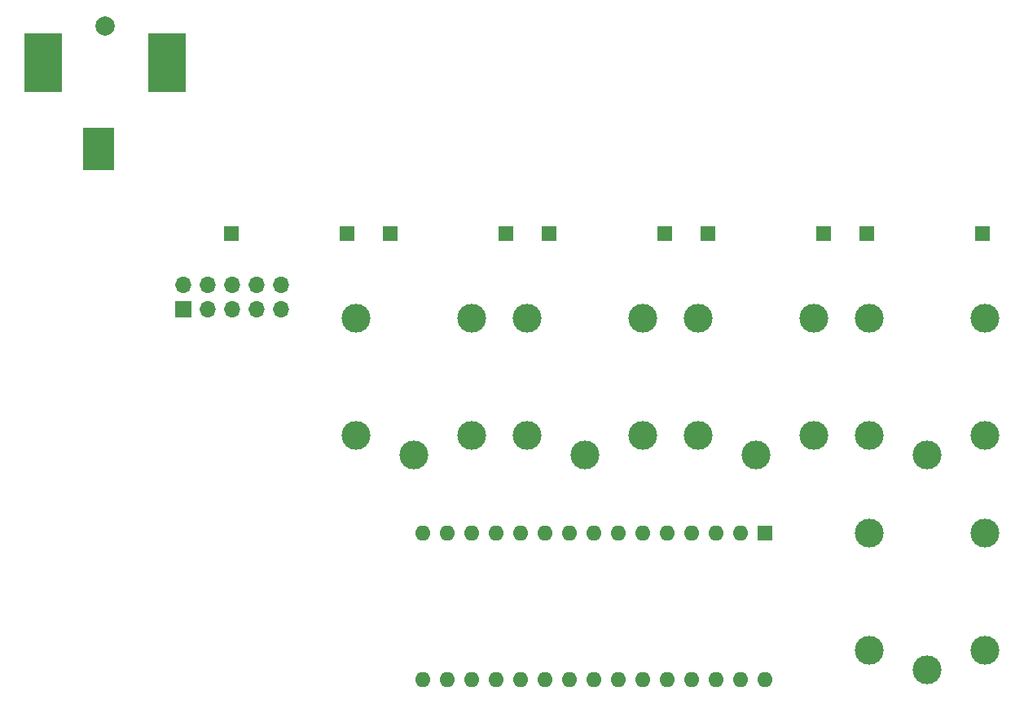
<source format=gbr>
%TF.GenerationSoftware,KiCad,Pcbnew,7.0.7*%
%TF.CreationDate,2023-09-19T13:24:35+02:00*%
%TF.ProjectId,PiFencePCB,50694665-6e63-4655-9043-422e6b696361,0.1*%
%TF.SameCoordinates,Original*%
%TF.FileFunction,Soldermask,Top*%
%TF.FilePolarity,Negative*%
%FSLAX46Y46*%
G04 Gerber Fmt 4.6, Leading zero omitted, Abs format (unit mm)*
G04 Created by KiCad (PCBNEW 7.0.7) date 2023-09-19 13:24:35*
%MOMM*%
%LPD*%
G01*
G04 APERTURE LIST*
%ADD10R,1.700000X1.700000*%
%ADD11O,1.700000X1.700000*%
%ADD12R,1.524000X1.524000*%
%ADD13C,2.000000*%
%ADD14R,3.300000X4.400000*%
%ADD15R,3.900000X6.200000*%
%ADD16C,3.000000*%
%ADD17R,1.600000X1.600000*%
%ADD18O,1.600000X1.600000*%
G04 APERTURE END LIST*
D10*
%TO.C,J7*%
X119888000Y-82804000D03*
D11*
X119888000Y-80264000D03*
X122428000Y-82804000D03*
X122428000Y-80264000D03*
X124968000Y-82804000D03*
X124968000Y-80264000D03*
X127508000Y-82804000D03*
X127508000Y-80264000D03*
X130048000Y-82804000D03*
X130048000Y-80264000D03*
%TD*%
D12*
%TO.C,J6*%
X190881000Y-74930000D03*
X202946000Y-74930000D03*
%TD*%
%TO.C,J5*%
X174371000Y-74930000D03*
X186436000Y-74930000D03*
%TD*%
%TO.C,J4*%
X157861000Y-74930000D03*
X169926000Y-74930000D03*
%TD*%
%TO.C,J3*%
X141351000Y-74930000D03*
X153416000Y-74930000D03*
%TD*%
%TO.C,J2*%
X124841000Y-74930000D03*
X136906000Y-74930000D03*
%TD*%
D13*
%TO.C,J1*%
X111760000Y-53350000D03*
D14*
X111060000Y-66150000D03*
D15*
X118210000Y-57150000D03*
X105310000Y-57150000D03*
%TD*%
D16*
%TO.C,K5*%
X197200000Y-120310000D03*
X191200000Y-106110000D03*
X203200000Y-106110000D03*
X203200000Y-118310000D03*
X191200000Y-118310000D03*
%TD*%
%TO.C,K4*%
X197200000Y-97950000D03*
X191200000Y-83750000D03*
X203200000Y-83750000D03*
X203200000Y-95950000D03*
X191200000Y-95950000D03*
%TD*%
%TO.C,K3*%
X179420000Y-97950000D03*
X173420000Y-83750000D03*
X185420000Y-83750000D03*
X185420000Y-95950000D03*
X173420000Y-95950000D03*
%TD*%
%TO.C,K2*%
X161640000Y-97950000D03*
X155640000Y-83750000D03*
X167640000Y-83750000D03*
X167640000Y-95950000D03*
X155640000Y-95950000D03*
%TD*%
%TO.C,K1*%
X143860000Y-97950000D03*
X137860000Y-83750000D03*
X149860000Y-83750000D03*
X149860000Y-95950000D03*
X137860000Y-95950000D03*
%TD*%
D17*
%TO.C,A1*%
X180340000Y-106110000D03*
D18*
X177800000Y-106110000D03*
X175260000Y-106110000D03*
X172720000Y-106110000D03*
X170180000Y-106110000D03*
X167640000Y-106110000D03*
X165100000Y-106110000D03*
X162560000Y-106110000D03*
X160020000Y-106110000D03*
X157480000Y-106110000D03*
X154940000Y-106110000D03*
X152400000Y-106110000D03*
X149860000Y-106110000D03*
X147320000Y-106110000D03*
X144780000Y-106110000D03*
X144780000Y-121350000D03*
X147320000Y-121350000D03*
X149860000Y-121350000D03*
X152400000Y-121350000D03*
X154940000Y-121350000D03*
X157480000Y-121350000D03*
X160020000Y-121350000D03*
X162560000Y-121350000D03*
X165100000Y-121350000D03*
X167640000Y-121350000D03*
X170180000Y-121350000D03*
X172720000Y-121350000D03*
X175260000Y-121350000D03*
X177800000Y-121350000D03*
X180340000Y-121350000D03*
%TD*%
M02*

</source>
